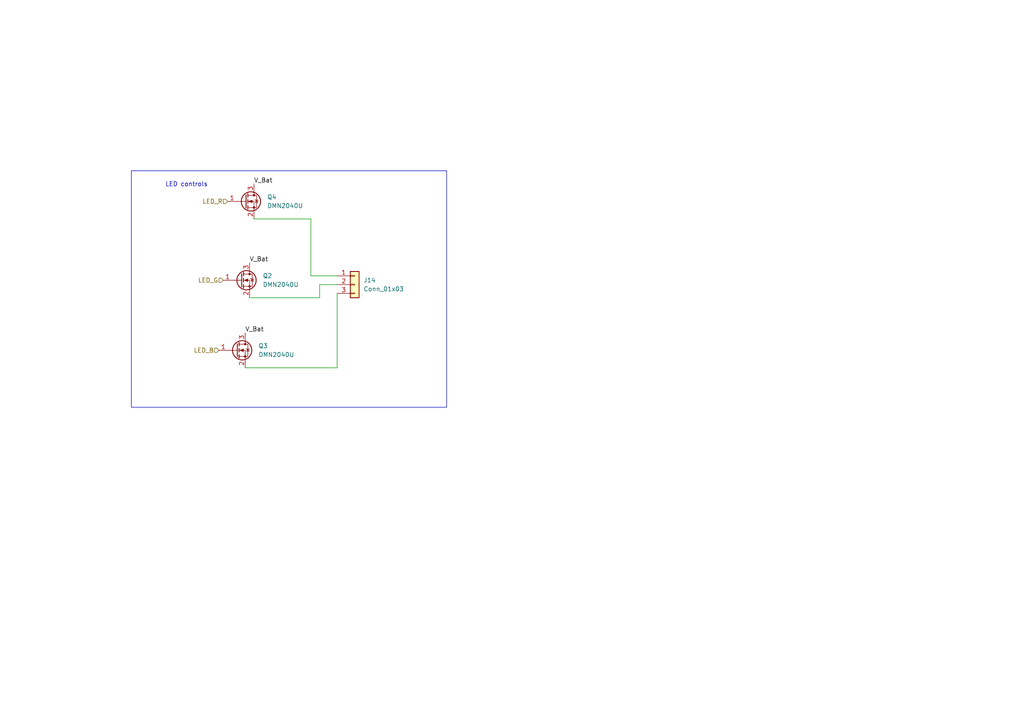
<source format=kicad_sch>
(kicad_sch (version 20231120) (generator "eeschema") (generator_version "8.0")
  (paper "A4")
  (lib_symbols
    (symbol "Connector_Generic:Conn_01x03" (pin_names (offset 1.016) hide)
      (property "Reference" "J" (at 0 5.08 0))
      (property "Value" "Conn_01x03" (at 0 -5.08 0))
      (symbol "Conn_01x03_1_1"
        (rectangle (start -1.27 -2.413) (end 0 -2.667) (stroke (width 0.1524)))
        (rectangle (start -1.27 0.127) (end 0 -0.127) (stroke (width 0.1524)))
        (rectangle (start -1.27 2.667) (end 0 2.413) (stroke (width 0.1524)))
        (rectangle (start -1.27 3.81) (end 1.27 -3.81) (stroke (width 0.254)) (fill (type background)))
        (pin passive line (at -5.08 2.54 0) (length 3.81) (name "Pin_1") (number "1"))
        (pin passive line (at -5.08 0 0) (length 3.81) (name "Pin_2") (number "2"))
        (pin passive line (at -5.08 -2.54 0) (length 3.81) (name "Pin_3") (number "3"))
      )
    )
    (symbol "Transistor_FET:DMN2040U" (pin_names hide)
      (property "Reference" "Q" (at 5.08 1.905 0))
      (property "Value" "DMN2040U" (at 5.08 0 0))
      (symbol "DMN2040U_0_1"
        (polyline (pts (xy 0.254 0) (xy -2.54 0)))
        (polyline (pts (xy 0.254 1.905) (xy 0.254 -1.905)) (stroke (width 0.254)))
        (polyline (pts (xy 0.762 -1.27) (xy 0.762 -2.286)) (stroke (width 0.254)))
        (polyline (pts (xy 0.762 0.508) (xy 0.762 -0.508)) (stroke (width 0.254)))
        (polyline (pts (xy 0.762 2.286) (xy 0.762 1.27)) (stroke (width 0.254)))
        (polyline (pts (xy 2.54 2.54) (xy 2.54 1.778)))
        (polyline (pts (xy 2.54 -2.54) (xy 2.54 0) (xy 0.762 0)))
        (polyline (pts (xy 0.762 -1.778) (xy 3.302 -1.778) (xy 3.302 1.778) (xy 0.762 1.778)))
        (polyline (pts (xy 1.016 0) (xy 2.032 0.381) (xy 2.032 -0.381) (xy 1.016 0)) (fill (type outline)))
        (polyline (pts (xy 2.794 0.508) (xy 2.921 0.381) (xy 3.683 0.381) (xy 3.81 0.254)))
        (polyline (pts (xy 3.302 0.381) (xy 2.921 -0.254) (xy 3.683 -0.254) (xy 3.302 0.381)))
        (circle (center 1.651 0) (radius 2.794) (stroke (width 0.254)))
        (circle (center 2.54 -1.778) (radius 0.254) (fill (type outline)))
        (circle (center 2.54 1.778) (radius 0.254) (fill (type outline)))
      )
      (symbol "DMN2040U_1_1"
        (pin input line (at -5.08 0 0) (length 2.54) (name "G") (number "1"))
        (pin passive line (at 2.54 -5.08 90) (length 2.54) (name "S") (number "2"))
        (pin passive line (at 2.54 5.08 270) (length 2.54) (name "D") (number "3"))
      )
    )
  )
  (wire (pts (xy 90.17 80.01) (xy 90.17 63.5)))
  (wire (pts (xy 92.71 86.36) (xy 72.39 86.36)))
  (wire (pts (xy 97.79 85.09) (xy 97.79 106.68)))
  (wire (pts (xy 92.71 82.55) (xy 92.71 86.36)))
  (wire (pts (xy 97.79 106.68) (xy 71.12 106.68)))
  (wire (pts (xy 97.79 80.01) (xy 90.17 80.01)))
  (wire (pts (xy 90.17 63.5) (xy 73.66 63.5)))
  (wire (pts (xy 97.79 82.55) (xy 92.71 82.55)))
  (rectangle (start 38.1 49.53) (end 129.54 118.11))
  (text "LED controls\n" (at 54.102 53.594 0) (effects (font (size 1.27 1.27))))
  (label "V_Bat" (at 71.12 96.52 0))
  (label "V_Bat" (at 73.66 53.34 0))
  (label "V_Bat" (at 72.39 76.2 0))
  (hierarchical_label "LED_R" (shape input) (at 66.04 58.42 180))
  (hierarchical_label "LED_B" (shape input) (at 63.5 101.6 180))
  (hierarchical_label "LED_G" (shape input) (at 64.77 81.28 180))
  (symbol (lib_id "Connector_Generic:Conn_01x03") (at 102.87 82.55 0) (unit 1)
    (property "Reference" "J14" (at 105.41 81.2799 0) (effects (justify left)))
    (property "Value" "Conn_01x03" (at 105.41 83.8199 0) (effects (justify left)))
    (property "Footprint" "TerminalBlock:TerminalBlock_Xinya_XY308-2.54-3P_1x03_P2.54mm_Horizontal" (effects (hide yes)))
    (property "Description" "Generic connector, single row, 01x03, script generated (kicad-library-utils/schlib/autogen/connector/)" (effects (hide yes)))
  )
  (symbol (lib_id "Transistor_FET:DMN2040U") (at 69.85 81.28 0) (unit 1)
    (property "Reference" "Q2" (at 76.2 80.0099 0) (effects (justify left)))
    (property "Value" "DMN2040U" (at 76.2 82.5499 0) (effects (justify left)))
    (property "Footprint" "Package_TO_SOT_SMD:SOT-23" (effects (hide yes)))
    (property "Datasheet" "https://www.diodes.com/assets/Datasheets/DMN2040U.pdf" (effects (hide yes)))
    (property "Description" "20V Vds, 6A Id, N-Channel MOSFET, SOT-23" (effects (hide yes)))
  )
  (symbol (lib_id "Transistor_FET:DMN2040U") (at 71.12 58.42 0) (unit 1)
    (property "Reference" "Q4" (at 77.47 57.1499 0) (effects (justify left)))
    (property "Value" "DMN2040U" (at 77.47 59.6899 0) (effects (justify left)))
    (property "Footprint" "Package_TO_SOT_SMD:SOT-23" (effects (hide yes)))
    (property "Datasheet" "https://www.diodes.com/assets/Datasheets/DMN2040U.pdf" (effects (hide yes)))
    (property "Description" "20V Vds, 6A Id, N-Channel MOSFET, SOT-23" (effects (hide yes)))
  )
  (symbol (lib_id "Transistor_FET:DMN2040U") (at 68.58 101.6 0) (unit 1)
    (property "Reference" "Q3" (at 74.93 100.3299 0) (effects (justify left)))
    (property "Value" "DMN2040U" (at 74.93 102.8699 0) (effects (justify left)))
    (property "Footprint" "Package_TO_SOT_SMD:SOT-23" (effects (hide yes)))
    (property "Datasheet" "https://www.diodes.com/assets/Datasheets/DMN2040U.pdf" (effects (hide yes)))
    (property "Description" "20V Vds, 6A Id, N-Channel MOSFET, SOT-23" (effects (hide yes)))
  )
)
</source>
